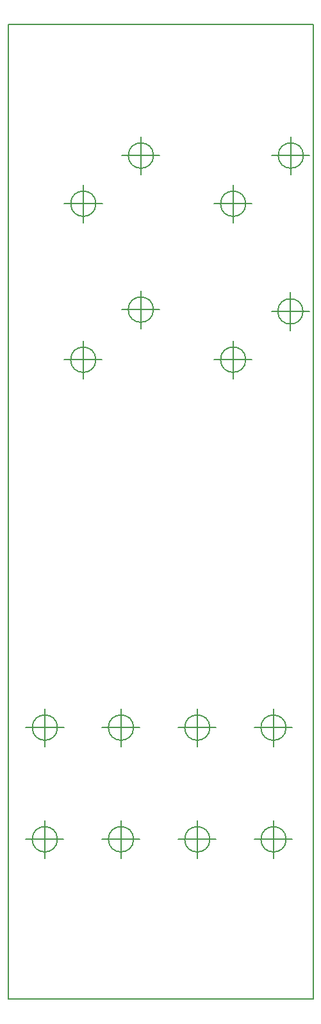
<source format=gbr>
%TF.GenerationSoftware,KiCad,Pcbnew,(5.0.1)-3*%
%TF.CreationDate,2020-04-22T23:21:00+01:00*%
%TF.ProjectId,panel,70616E656C2E6B696361645F70636200,rev?*%
%TF.SameCoordinates,Original*%
%TF.FileFunction,Profile,NP*%
%FSLAX46Y46*%
G04 Gerber Fmt 4.6, Leading zero omitted, Abs format (unit mm)*
G04 Created by KiCad (PCBNEW (5.0.1)-3) date 22/04/2020 23:21:00*
%MOMM*%
%LPD*%
G01*
G04 APERTURE LIST*
%ADD10C,0.150000*%
G04 APERTURE END LIST*
D10*
X121360000Y-127610000D02*
X81060000Y-127610000D01*
X121360000Y890000D02*
X81060000Y890000D01*
X81060000Y-127610000D02*
X81060000Y890000D01*
X121360000Y-127610000D02*
X121360000Y890000D01*
X100256666Y-16370000D02*
G75*
G03X100256666Y-16370000I-1666666J0D01*
G01*
X96090000Y-16370000D02*
X101090000Y-16370000D01*
X98590000Y-13870000D02*
X98590000Y-18870000D01*
X92646666Y-22720000D02*
G75*
G03X92646666Y-22720000I-1666666J0D01*
G01*
X88480000Y-22720000D02*
X93480000Y-22720000D01*
X90980000Y-20220000D02*
X90980000Y-25220000D01*
X120016666Y-36920000D02*
G75*
G03X120016666Y-36920000I-1666666J0D01*
G01*
X115850000Y-36920000D02*
X120850000Y-36920000D01*
X118350000Y-34420000D02*
X118350000Y-39420000D01*
X112446666Y-43290000D02*
G75*
G03X112446666Y-43290000I-1666666J0D01*
G01*
X108280000Y-43290000D02*
X113280000Y-43290000D01*
X110780000Y-40790000D02*
X110780000Y-45790000D01*
X92636666Y-43300000D02*
G75*
G03X92636666Y-43300000I-1666666J0D01*
G01*
X88470000Y-43300000D02*
X93470000Y-43300000D01*
X90970000Y-40800000D02*
X90970000Y-45800000D01*
X100246666Y-36690000D02*
G75*
G03X100246666Y-36690000I-1666666J0D01*
G01*
X96080000Y-36690000D02*
X101080000Y-36690000D01*
X98580000Y-34190000D02*
X98580000Y-39190000D01*
X120066666Y-16370000D02*
G75*
G03X120066666Y-16370000I-1666666J0D01*
G01*
X115900000Y-16370000D02*
X120900000Y-16370000D01*
X118400000Y-13870000D02*
X118400000Y-18870000D01*
X112446666Y-22730000D02*
G75*
G03X112446666Y-22730000I-1666666J0D01*
G01*
X108280000Y-22730000D02*
X113280000Y-22730000D01*
X110780000Y-20230000D02*
X110780000Y-25230000D01*
X107706666Y-91810000D02*
G75*
G03X107706666Y-91810000I-1666666J0D01*
G01*
X103540000Y-91810000D02*
X108540000Y-91810000D01*
X106040000Y-89310000D02*
X106040000Y-94310000D01*
X117786666Y-106550000D02*
G75*
G03X117786666Y-106550000I-1666666J0D01*
G01*
X113620000Y-106550000D02*
X118620000Y-106550000D01*
X116120000Y-104050000D02*
X116120000Y-109050000D01*
X107706666Y-106550000D02*
G75*
G03X107706666Y-106550000I-1666666J0D01*
G01*
X103540000Y-106550000D02*
X108540000Y-106550000D01*
X106040000Y-104050000D02*
X106040000Y-109050000D01*
X97626666Y-91810000D02*
G75*
G03X97626666Y-91810000I-1666666J0D01*
G01*
X93460000Y-91810000D02*
X98460000Y-91810000D01*
X95960000Y-89310000D02*
X95960000Y-94310000D01*
X97626666Y-106540000D02*
G75*
G03X97626666Y-106540000I-1666666J0D01*
G01*
X93460000Y-106540000D02*
X98460000Y-106540000D01*
X95960000Y-104040000D02*
X95960000Y-109040000D01*
X87566666Y-91810000D02*
G75*
G03X87566666Y-91810000I-1666666J0D01*
G01*
X83400000Y-91810000D02*
X88400000Y-91810000D01*
X85900000Y-89310000D02*
X85900000Y-94310000D01*
X117776666Y-91820000D02*
G75*
G03X117776666Y-91820000I-1666666J0D01*
G01*
X113610000Y-91820000D02*
X118610000Y-91820000D01*
X116110000Y-89320000D02*
X116110000Y-94320000D01*
X87556666Y-106540000D02*
G75*
G03X87556666Y-106540000I-1666666J0D01*
G01*
X83390000Y-106540000D02*
X88390000Y-106540000D01*
X85890000Y-104040000D02*
X85890000Y-109040000D01*
M02*

</source>
